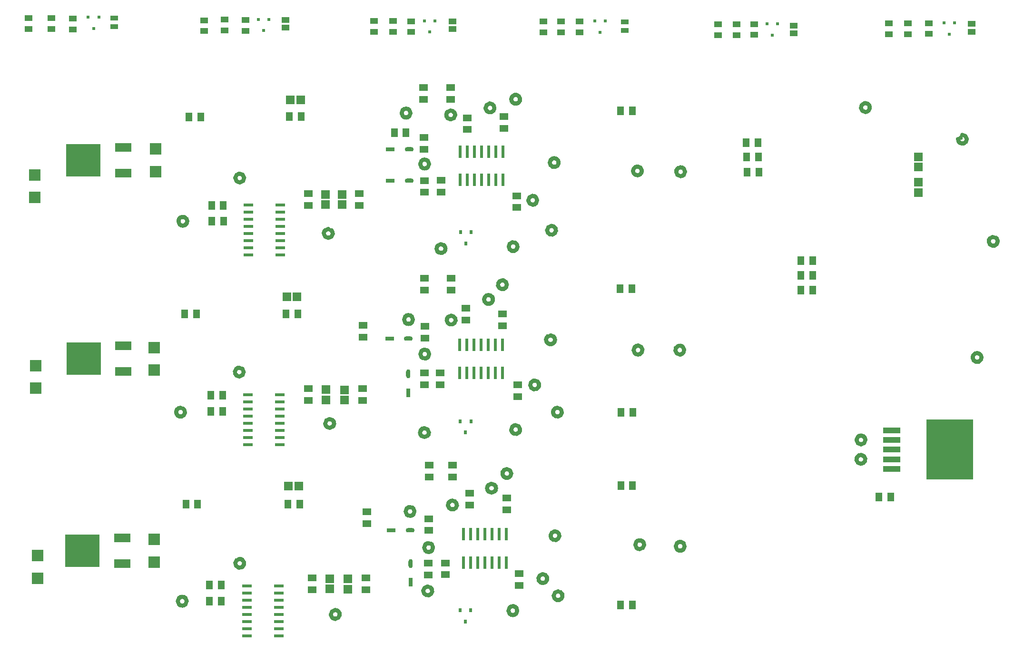
<source format=gbr>
%TF.GenerationSoftware,Altium Limited,Altium Designer,21.6.4 (81)*%
G04 Layer_Color=8421504*
%FSLAX43Y43*%
%MOMM*%
%TF.SameCoordinates,EC4FC630-8089-4DC4-91AF-8D111CED9019*%
%TF.FilePolarity,Positive*%
%TF.FileFunction,Paste,Top*%
%TF.Part,Single*%
G01*
G75*
%TA.AperFunction,Conductor*%
%ADD10C,0.762*%
%ADD11C,0.762*%
%TA.AperFunction,SMDPad,CuDef*%
%ADD12R,8.380X10.660*%
%ADD13R,3.050X1.016*%
%ADD14R,1.664X0.559*%
G04:AMPARAMS|DCode=15|XSize=1.607mm|YSize=0.762mm|CornerRadius=0.381mm|HoleSize=0mm|Usage=FLASHONLY|Rotation=0.000|XOffset=0mm|YOffset=0mm|HoleType=Round|Shape=RoundedRectangle|*
%AMROUNDEDRECTD15*
21,1,1.607,0.000,0,0,0.0*
21,1,0.845,0.762,0,0,0.0*
1,1,0.762,0.422,0.000*
1,1,0.762,-0.422,0.000*
1,1,0.762,-0.422,0.000*
1,1,0.762,0.422,0.000*
%
%ADD15ROUNDEDRECTD15*%
%ADD16R,1.607X0.762*%
%ADD17R,1.207X1.508*%
%ADD18R,1.505X1.556*%
%ADD19R,1.508X1.207*%
%ADD20R,1.556X1.505*%
%ADD21R,0.762X1.607*%
G04:AMPARAMS|DCode=22|XSize=1.607mm|YSize=0.762mm|CornerRadius=0.381mm|HoleSize=0mm|Usage=FLASHONLY|Rotation=90.000|XOffset=0mm|YOffset=0mm|HoleType=Round|Shape=RoundedRectangle|*
%AMROUNDEDRECTD22*
21,1,1.607,0.000,0,0,90.0*
21,1,0.845,0.762,0,0,90.0*
1,1,0.762,0.000,0.422*
1,1,0.762,0.000,-0.422*
1,1,0.762,0.000,-0.422*
1,1,0.762,0.000,0.422*
%
%ADD22ROUNDEDRECTD22*%
%ADD23R,0.600X0.700*%
%ADD24R,0.558X2.270*%
%ADD25R,2.000X2.000*%
%ADD26R,3.000X1.600*%
%ADD27R,6.200X5.800*%
%ADD28R,1.408X1.007*%
%ADD29R,1.350X0.950*%
%ADD30R,1.356X1.105*%
%TA.AperFunction,NonConductor*%
%ADD90R,0.500X0.600*%
%ADD91R,0.500X0.600*%
D10*
X162182Y113390D02*
G03*
X162182Y113389I784J-30D01*
G01*
D02*
G03*
X163751Y113360I784J-29D01*
G01*
X163751Y113366D02*
G03*
X162187Y113452I-785J-6D01*
G01*
Y113452D02*
G03*
X162182Y113390I779J-92D01*
G01*
X239565Y109863D02*
G03*
X239647Y110211I-704J348D01*
G01*
D02*
G03*
X238514Y110914I-785J0D01*
G01*
X238077Y110205D02*
G03*
X239565Y109863I785J6D01*
G01*
X238514Y110914D02*
G03*
X238077Y110211I348J-704D01*
G01*
X179220Y143434D02*
G03*
X179220Y143447I-785J0D01*
G01*
X179141Y143092D02*
G03*
X179220Y143434I-706J342D01*
G01*
X178473Y142650D02*
G03*
X179141Y143092I-38J784D01*
G01*
X177650Y143428D02*
G03*
X178473Y142650I785J6D01*
G01*
X179220Y143447D02*
G03*
X178473Y144218I-785J-13D01*
G01*
X177766Y143844D02*
G03*
X177650Y143434I669J-411D01*
G01*
X178473Y144218D02*
G03*
X177766Y143844I-38J-784D01*
G01*
X151691Y86944D02*
G03*
X153261Y86944I785J0D01*
G01*
X153261Y86950D02*
G03*
X151691Y86944I-785J-6D01*
G01*
X155984Y156179D02*
G03*
X157551Y156248I785J6D01*
G01*
D02*
G03*
X156915Y156956I-782J-64D01*
G01*
D02*
G03*
X155984Y156185I-146J-771D01*
G01*
X152629Y120929D02*
G03*
X151943Y121333I-686J-381D01*
G01*
X151231Y120218D02*
G03*
X152629Y120929I712J330D01*
G01*
X151158Y120548D02*
G03*
X151231Y120218I785J0D01*
G01*
X151160Y120599D02*
G03*
X151158Y120548I783J-51D01*
G01*
X151257Y120929D02*
G03*
X151160Y120599I686J-381D01*
G01*
X151937Y121333D02*
G03*
X151257Y120929I6J-785D01*
G01*
X154608Y123923D02*
G03*
X154407Y123950I-201J-759D01*
G01*
X154401Y123949D02*
G03*
X155192Y123165I6J-785D01*
G01*
D02*
G03*
X154608Y123923I-785J0D01*
G01*
X97429Y67612D02*
G03*
X97434Y67612I6J-785D01*
G01*
X97124Y101267D02*
G03*
X97685Y99927I6J-785D01*
G01*
D02*
G03*
X97130Y101267I-555J555D01*
G01*
X98327Y134473D02*
G03*
X97923Y135154I-785J-6D01*
G01*
D02*
G03*
X97160Y135153I-381J-686D01*
G01*
X97923Y133781D02*
G03*
X98327Y134468I-381J686D01*
G01*
X96987Y135023D02*
G03*
X96885Y134896I555J-555D01*
G01*
D02*
G03*
X96777Y134642I657J-429D01*
G01*
D02*
G03*
X96757Y134468I765J-175D01*
G01*
D02*
G03*
X96966Y133934I785J0D01*
G01*
X97160Y135153D02*
G03*
X96987Y135023I382J-686D01*
G01*
X96966Y133934D02*
G03*
X97542Y133683I576J533D01*
G01*
D02*
G03*
X97923Y133781I0J785D01*
G01*
X107671Y141379D02*
G03*
X107709Y141380I0J785D01*
G01*
X106889Y142231D02*
G03*
X106886Y142164I782J-68D01*
G01*
X107639Y141380D02*
G03*
X107671Y141379I32J784D01*
G01*
X107709Y141380D02*
G03*
X107632Y142948I-38J784D01*
G01*
X106886Y142158D02*
G03*
X107639Y141380I785J6D01*
G01*
X107632Y142948D02*
G03*
X106889Y142231I38J-784D01*
G01*
X108379Y107620D02*
G03*
X107594Y108405I-785J0D01*
G01*
X107264Y108332D02*
G03*
X107039Y108175I330J-712D01*
G01*
X107594Y106835D02*
G03*
X108379Y107620I0J785D01*
G01*
X107039Y108175D02*
G03*
X107594Y106835I555J-555D01*
G01*
X107589Y108405D02*
G03*
X107556Y108404I6J-785D01*
G01*
D02*
G03*
X107264Y108332I38J-784D01*
G01*
X124228Y99031D02*
G03*
X123673Y99261I-555J-555D01*
G01*
X124456Y98425D02*
G03*
X124228Y99031I-783J51D01*
G01*
X122888Y98476D02*
G03*
X122889Y98425I785J0D01*
G01*
Y98425D02*
G03*
X124456Y98425I783J51D01*
G01*
X123667Y99261D02*
G03*
X122888Y98476I6J-785D01*
G01*
X107665Y74343D02*
G03*
X108113Y74207I6J-785D01*
G01*
D02*
G03*
X107975Y74282I-442J-648D01*
G01*
D02*
G03*
X107747Y74340I-305J-723D01*
G01*
D02*
G03*
X107671Y74343I-76J-781D01*
G01*
X123885Y64364D02*
G03*
X125442Y64364I778J102D01*
G01*
D02*
G03*
X124663Y65250I-778J102D01*
G01*
X124658Y65250D02*
G03*
X123878Y64465I6J-785D01*
G01*
X123880Y64414D02*
G03*
X123885Y64364I783J51D01*
G01*
X123878Y64465D02*
G03*
X123880Y64414I785J0D01*
G01*
X140337Y68656D02*
G03*
X140338Y68626I785J0D01*
G01*
D02*
G03*
X141122Y69441I784J31D01*
G01*
X140339Y68705D02*
G03*
X140337Y68656I783J-48D01*
G01*
X140344Y68758D02*
G03*
X140339Y68705I778J-102D01*
G01*
X141117Y69441D02*
G03*
X140344Y68758I6J-785D01*
G01*
X141269Y77163D02*
G03*
X141275Y77163I6J-785D01*
G01*
X137967Y83589D02*
G03*
X137973Y83589I6J-785D01*
G01*
X145511Y84732D02*
G03*
X144745Y83801I6J-785D01*
G01*
D02*
G03*
X145517Y84732I771J146D01*
G01*
X140133Y97522D02*
G03*
X139753Y96850I406J-672D01*
G01*
X140533Y97635D02*
G03*
X140133Y97522I6J-785D01*
G01*
X139753Y96850D02*
G03*
X141323Y96850I785J0D01*
G01*
D02*
G03*
X140538Y97635I-785J0D01*
G01*
X140583Y111605D02*
G03*
X140589Y111605I6J-785D01*
G01*
X137688Y117752D02*
G03*
X137693Y117752I6J-785D01*
G01*
X144505Y116815D02*
G03*
X145288Y117650I783J51D01*
G01*
X144766Y117452D02*
G03*
X144505Y116815I522J-586D01*
G01*
X145282Y117650D02*
G03*
X144766Y117452I6J-785D01*
G01*
X142700Y129585D02*
G03*
X142703Y129515I785J6D01*
G01*
D02*
G03*
X142700Y129591I781J76D01*
G01*
X140558Y145438D02*
G03*
X140564Y145438I6J-785D01*
G01*
X152117Y155416D02*
G03*
X151412Y154635I79J-781D01*
G01*
X151426Y154489D02*
G03*
X152197Y155420I771J146D01*
G01*
X151412Y154635D02*
G03*
X151426Y154489I785J0D01*
G01*
X152191Y155420D02*
G03*
X152117Y155416I6J-785D01*
G01*
X159006Y138201D02*
G03*
X159791Y137416I785J0D01*
G01*
D02*
G03*
X159791Y138986I0J785D01*
G01*
X159786Y138986D02*
G03*
X159006Y138201I6J-785D01*
G01*
X155527Y129941D02*
G03*
X156166Y130718I785J6D01*
G01*
D02*
G03*
X155527Y129946I146J-771D01*
G01*
X160141Y106119D02*
G03*
X159903Y106080I6J-785D01*
G01*
X159499Y105776D02*
G03*
X160147Y106119I648J-442D01*
G01*
X159903Y106080D02*
G03*
X159499Y105776I244J-746D01*
G01*
X156007Y97195D02*
G03*
X157551Y97447I762J189D01*
G01*
X155984Y97384D02*
G03*
X156007Y97195I785J0D01*
G01*
X156152Y97869D02*
G03*
X155984Y97384I617J-485D01*
G01*
X156763Y98168D02*
G03*
X156152Y97869I6J-785D01*
G01*
X157551Y97447D02*
G03*
X156769Y98169I-782J-64D01*
G01*
X155188Y90345D02*
G03*
X155979Y89560I6J-785D01*
G01*
D02*
G03*
X155194Y90345I-785J0D01*
G01*
X156261Y64366D02*
G03*
X156407Y65922I0J785D01*
G01*
D02*
G03*
X156261Y65936I-146J-771D01*
G01*
X156255Y65936D02*
G03*
X156261Y64366I6J-785D01*
G01*
X161589Y71625D02*
G03*
X160824Y70986I6J-785D01*
G01*
D02*
G03*
X161595Y71626I771J-146D01*
G01*
X163528Y67793D02*
G03*
X164313Y68578I785J0D01*
G01*
X163528Y67813D02*
G03*
X163528Y67793I785J-21D01*
G01*
X164307Y68577D02*
G03*
X163528Y67813I6J-785D01*
G01*
X162969Y78507D02*
G03*
X163754Y79271I785J-21D01*
G01*
X163748Y79271D02*
G03*
X162969Y78507I6J-785D01*
G01*
X163401Y100482D02*
G03*
X164186Y101267I785J0D01*
G01*
X163772Y101150D02*
G03*
X163401Y100482I414J-667D01*
G01*
X164180Y101267D02*
G03*
X163772Y101150I6J-785D01*
G01*
X163139Y133652D02*
G03*
X162359Y132867I6J-785D01*
G01*
D02*
G03*
X163144Y133652I785J0D01*
G01*
X163621Y145692D02*
G03*
X163269Y145605I6J-785D01*
G01*
X162842Y144907D02*
G03*
X163627Y145692I785J0D01*
G01*
X162843Y144953D02*
G03*
X162842Y144907I784J-46D01*
G01*
X163269Y145605D02*
G03*
X162843Y144953I358J-698D01*
G01*
X185321Y143276D02*
G03*
X186106Y142496I785J6D01*
G01*
Y144066D02*
G03*
X185363Y143536I0J-785D01*
G01*
X186106Y142496D02*
G03*
X186106Y144066I0J785D01*
G01*
X185363Y143536D02*
G03*
X185321Y143281I742J-255D01*
G01*
X235460Y149073D02*
G03*
X235597Y148630I785J0D01*
G01*
Y148630D02*
G03*
X235650Y148561I648J442D01*
G01*
X235690Y148518D02*
G03*
X237030Y149073I555J555D01*
G01*
X235650Y148561D02*
G03*
X235690Y148518I595J512D01*
G01*
X237030Y149078D02*
G03*
X236245Y149858I-785J-6D01*
G01*
X235951Y149300D02*
G03*
X235935Y149332I-682J-341D01*
G01*
X218993Y155496D02*
G03*
X218796Y155470I6J-785D01*
G01*
X218970Y153927D02*
G03*
X219554Y154156I29J784D01*
G01*
D02*
G03*
X218999Y155496I-555J555D01*
G01*
X218796Y155470D02*
G03*
X218970Y153927I203J-758D01*
G01*
X241586Y130115D02*
G03*
X242287Y130331I146J771D01*
G01*
D02*
G03*
X242505Y131020I-555J555D01*
G01*
X240947Y130881D02*
G03*
X241586Y130115I785J6D01*
G01*
X242505Y131020D02*
G03*
X240947Y130886I-773J-134D01*
G01*
X218192Y91290D02*
G03*
X217407Y91981I-6J785D01*
G01*
D02*
G03*
X218186Y91290I779J94D01*
G01*
X217433Y95632D02*
G03*
X217426Y95529I778J-103D01*
G01*
D02*
G03*
X217656Y94974I785J0D01*
G01*
X217656Y94974D02*
G03*
X218211Y94744I555J555D01*
G01*
X218217Y94745D02*
G03*
X218766Y94974I-6J785D01*
G01*
X218217Y94745D02*
G03*
X218766Y94974I-6J785D01*
G01*
X218592Y96216D02*
G03*
X218224Y96314I-381J-686D01*
G01*
X218211Y96314D02*
G03*
X217881Y96241I0J-785D01*
G01*
X218224Y96314D02*
G03*
X218211Y96314I-13J-785D01*
G01*
X218766Y94974D02*
G03*
X218996Y95529I-555J555D01*
G01*
X218766Y94974D02*
G03*
X218996Y95529I-555J555D01*
G01*
X217656Y96084D02*
G03*
X217433Y95632I555J-555D01*
G01*
X218996Y95529D02*
G03*
X218592Y96216I-785J0D01*
G01*
X217720Y96141D02*
G03*
X217656Y96084I492J-612D01*
G01*
X217881Y96241D02*
G03*
X217720Y96141I331J-712D01*
G01*
X179624Y76822D02*
G03*
X178854Y77671I-782J64D01*
G01*
X178829Y76101D02*
G03*
X179624Y76822I13J785D01*
G01*
X178836Y77671D02*
G03*
X178829Y76101I6J-785D01*
G01*
X178854Y77671D02*
G03*
X178841Y77671I-13J-785D01*
G01*
X179194Y111102D02*
G03*
X179316Y111625I-657J430D01*
G01*
X178537Y110746D02*
G03*
X179194Y111102I0J785D01*
G01*
X178499Y112315D02*
G03*
X178537Y110746I38J-784D01*
G01*
X178692Y112301D02*
G03*
X178537Y112316I-155J-769D01*
G01*
X179316Y111625D02*
G03*
X178692Y112301I-779J-94D01*
G01*
X178521Y112316D02*
G03*
X178499Y112315I16J-785D01*
G01*
X178531Y112316D02*
G03*
X178521Y112316I6J-785D01*
G01*
X186131Y110764D02*
G03*
X185965Y112316I-167J767D01*
G01*
Y110746D02*
G03*
X186131Y110764I-0J785D01*
G01*
X185959Y112316D02*
G03*
X185863Y112310I6J-785D01*
G01*
X185714Y112275D02*
G03*
X185965Y110746I250J-744D01*
G01*
X185863Y112310D02*
G03*
X185714Y112275I102J-778D01*
G01*
X186035Y75816D02*
G03*
X186176Y77373I0J785D01*
G01*
X186030Y77386D02*
G03*
X186035Y75816I6J-785D01*
G01*
X186106Y77383D02*
G03*
X186035Y77386I-71J-782D01*
G01*
X186176Y77373D02*
G03*
X186106Y77383I-141J-772D01*
G01*
X145889Y153771D02*
G03*
X145202Y154175I-686J-381D01*
G01*
X145889Y153771D02*
G03*
X145202Y154175I-686J-381D01*
G01*
X145889Y153771D02*
G03*
X145202Y154175I-686J-381D01*
G01*
X145889Y153771D02*
G03*
X145202Y154175I-686J-381D01*
G01*
X144647Y152836D02*
G03*
X144647Y152835I556J554D01*
G01*
X144647Y152835D02*
G03*
X144651Y152832I555J555D01*
G01*
X144651Y152832D02*
G03*
X144656Y152826I551J559D01*
G01*
X145757Y152835D02*
G03*
X145981Y153289I-555J555D01*
G01*
D02*
G03*
X145986Y153356I-778J102D01*
G01*
D02*
G03*
X145987Y153390I-784J35D01*
G01*
D02*
G03*
X145937Y153668I-785J0D01*
G01*
X144647Y153945D02*
G03*
X144516Y153771I556J-554D01*
G01*
X145754Y152832D02*
G03*
X145757Y152835I-551J559D01*
G01*
X145937Y153668D02*
G03*
X145889Y153771I-734J-277D01*
G01*
X145197Y154175D02*
G03*
X144647Y153945I6J-785D01*
G01*
X144656Y152826D02*
G03*
X145202Y152605I546J564D01*
G01*
D02*
G03*
X145754Y152832I0J785D01*
G01*
X144419Y153435D02*
G03*
X144647Y152836I784J-45D01*
G01*
X144516Y153771D02*
G03*
X144419Y153435I686J-381D01*
G01*
X122875Y132855D02*
G03*
X122871Y132851I551J-559D01*
G01*
X122675Y132525D02*
G03*
X122668Y132499I751J-229D01*
G01*
D02*
G03*
X122661Y132474I758J-203D01*
G01*
X123977Y132855D02*
G03*
X123426Y133081I-551J-559D01*
G01*
X123420Y133081D02*
G03*
X122875Y132855I6J-785D01*
G01*
X122871Y132851D02*
G03*
X122740Y132677I555J-555D01*
G01*
D02*
G03*
X122726Y132652I686J-381D01*
G01*
D02*
G03*
X122675Y132525I700J-356D01*
G01*
X124211Y132296D02*
G03*
X124112Y132677I-785J0D01*
G01*
X124201Y132173D02*
G03*
X124211Y132296I-775J123D01*
G01*
X123426Y131511D02*
G03*
X124201Y132173I0J785D01*
G01*
X123401Y131511D02*
G03*
X123426Y131511I25J785D01*
G01*
X124112Y132677D02*
G03*
X123977Y132855I-686J-381D01*
G01*
X122871Y131741D02*
G03*
X123401Y131511I555J555D01*
G01*
X122661Y132474D02*
G03*
X122641Y132296I765J-178D01*
G01*
D02*
G03*
X122871Y131741I785J0D01*
G01*
X137256Y154506D02*
G03*
X137262Y154506I6J-785D01*
G01*
D11*
X144647Y153945D02*
D03*
D12*
X233995Y93802D02*
D03*
D13*
X223690Y97206D02*
D03*
Y95504D02*
D03*
Y93802D02*
D03*
Y92100D02*
D03*
Y90398D02*
D03*
D14*
X109137Y94666D02*
D03*
Y95936D02*
D03*
Y97206D02*
D03*
Y98476D02*
D03*
Y99746D02*
D03*
Y101016D02*
D03*
Y102286D02*
D03*
Y103556D02*
D03*
X114789D02*
D03*
Y102286D02*
D03*
Y101016D02*
D03*
Y99746D02*
D03*
Y98476D02*
D03*
Y97206D02*
D03*
Y95936D02*
D03*
Y94666D02*
D03*
X108991Y60655D02*
D03*
Y61925D02*
D03*
Y63195D02*
D03*
Y64465D02*
D03*
Y65735D02*
D03*
Y67005D02*
D03*
Y68275D02*
D03*
Y69545D02*
D03*
X114643D02*
D03*
Y68275D02*
D03*
Y67005D02*
D03*
Y65735D02*
D03*
Y64465D02*
D03*
Y63195D02*
D03*
Y61925D02*
D03*
Y60655D02*
D03*
X109188Y128499D02*
D03*
Y129769D02*
D03*
Y131039D02*
D03*
Y132309D02*
D03*
Y133579D02*
D03*
Y134849D02*
D03*
Y136119D02*
D03*
Y137389D02*
D03*
X114840D02*
D03*
Y136119D02*
D03*
Y134849D02*
D03*
Y133579D02*
D03*
Y132309D02*
D03*
Y131039D02*
D03*
Y129769D02*
D03*
Y128499D02*
D03*
D15*
X137794Y141681D02*
D03*
X137820Y147244D02*
D03*
X137973Y79477D02*
D03*
X137693Y113589D02*
D03*
D16*
X134443Y141681D02*
D03*
X134468Y147244D02*
D03*
X134622Y79477D02*
D03*
X134341Y113589D02*
D03*
D17*
X177454Y122428D02*
D03*
X175352D02*
D03*
X116272Y84099D02*
D03*
X118373D02*
D03*
X116500Y153086D02*
D03*
X118602D02*
D03*
X115891Y117983D02*
D03*
X117992D02*
D03*
X177555Y66192D02*
D03*
X175454D02*
D03*
X177565Y87376D02*
D03*
X175463D02*
D03*
X177590Y100432D02*
D03*
X175489D02*
D03*
X221428Y85369D02*
D03*
X223529D02*
D03*
X197958Y143231D02*
D03*
X200060D02*
D03*
X197857Y145872D02*
D03*
X199958D02*
D03*
X199857Y148463D02*
D03*
X197755D02*
D03*
X177505Y154127D02*
D03*
X175403D02*
D03*
X100730Y153010D02*
D03*
X98628D02*
D03*
X102683Y134468D02*
D03*
X104784D02*
D03*
X99942Y117932D02*
D03*
X97841D02*
D03*
X102546Y103505D02*
D03*
X104648D02*
D03*
X102505Y100584D02*
D03*
X104607D02*
D03*
X100187Y84099D02*
D03*
X98085D02*
D03*
X102267Y69672D02*
D03*
X104369D02*
D03*
X102292Y66853D02*
D03*
X104394D02*
D03*
X135169Y150190D02*
D03*
X137271D02*
D03*
X207509Y127457D02*
D03*
X209610D02*
D03*
X207509Y122174D02*
D03*
X209610D02*
D03*
X207509Y124790D02*
D03*
X209610D02*
D03*
X102657Y137287D02*
D03*
X104759D02*
D03*
D18*
X118489Y156108D02*
D03*
X116688D02*
D03*
X118161Y87300D02*
D03*
X116359D02*
D03*
X117856Y121031D02*
D03*
X116054D02*
D03*
D19*
X120523Y70961D02*
D03*
Y68859D02*
D03*
X130099Y70977D02*
D03*
Y68875D02*
D03*
X130277Y80610D02*
D03*
Y82712D02*
D03*
X157099Y103242D02*
D03*
Y105343D02*
D03*
X155169Y83074D02*
D03*
Y85176D02*
D03*
X148565Y83938D02*
D03*
Y86039D02*
D03*
X141326Y79416D02*
D03*
Y81518D02*
D03*
X144297Y71542D02*
D03*
Y73644D02*
D03*
X141224Y73619D02*
D03*
Y71517D02*
D03*
X157378Y71748D02*
D03*
Y69647D02*
D03*
X119837Y104683D02*
D03*
Y102581D02*
D03*
X129515Y104657D02*
D03*
Y102556D02*
D03*
X140538Y107451D02*
D03*
Y105350D02*
D03*
X143307D02*
D03*
Y107451D02*
D03*
X140640Y113656D02*
D03*
Y115757D02*
D03*
X147930Y116846D02*
D03*
Y118948D02*
D03*
X154407Y115891D02*
D03*
Y117992D02*
D03*
X154686Y150994D02*
D03*
Y153095D02*
D03*
X140386Y156150D02*
D03*
Y158251D02*
D03*
X156972Y136897D02*
D03*
Y138998D02*
D03*
X143535Y139640D02*
D03*
Y141741D02*
D03*
X140564Y141716D02*
D03*
Y139614D02*
D03*
X128930Y139379D02*
D03*
Y137278D02*
D03*
X119863Y137319D02*
D03*
Y139421D02*
D03*
X145567Y88941D02*
D03*
Y91043D02*
D03*
X141402Y88941D02*
D03*
Y91043D02*
D03*
X145288Y122231D02*
D03*
Y124333D02*
D03*
X140538Y122241D02*
D03*
Y124342D02*
D03*
X148133Y152892D02*
D03*
X140437Y147260D02*
D03*
Y149361D02*
D03*
X148133Y150790D02*
D03*
X145186Y156150D02*
D03*
Y158251D02*
D03*
X129616Y113808D02*
D03*
Y115910D02*
D03*
D20*
X123673Y69014D02*
D03*
Y70815D02*
D03*
X126924Y70776D02*
D03*
Y68975D02*
D03*
X123038Y104482D02*
D03*
Y102680D02*
D03*
X126314Y102655D02*
D03*
Y104457D02*
D03*
X228422Y141388D02*
D03*
Y139587D02*
D03*
Y144096D02*
D03*
Y145898D02*
D03*
X125908Y137453D02*
D03*
Y139255D02*
D03*
X122885D02*
D03*
Y137453D02*
D03*
D21*
X138049Y70206D02*
D03*
X137668Y103938D02*
D03*
D22*
X138049Y73558D02*
D03*
X137668Y107289D02*
D03*
D23*
X147828Y63186D02*
D03*
X146878Y65186D02*
D03*
X148778D02*
D03*
X147853Y96866D02*
D03*
X146903Y98866D02*
D03*
X148803D02*
D03*
X147904Y130496D02*
D03*
X146954Y132496D02*
D03*
X148854D02*
D03*
D24*
X153238Y141834D02*
D03*
X151968D02*
D03*
X150698D02*
D03*
X149428D02*
D03*
X148158D02*
D03*
X146888D02*
D03*
Y146862D02*
D03*
X148158D02*
D03*
X149428D02*
D03*
X150698D02*
D03*
X151968D02*
D03*
X154508Y141834D02*
D03*
X153238Y146862D02*
D03*
X154508D02*
D03*
X154432Y107442D02*
D03*
X153162D02*
D03*
X151892D02*
D03*
X150622D02*
D03*
X149352D02*
D03*
X148082D02*
D03*
X146812D02*
D03*
Y112470D02*
D03*
X148082D02*
D03*
X149352D02*
D03*
X150622D02*
D03*
X151892D02*
D03*
X153162D02*
D03*
X154432D02*
D03*
X155067Y73712D02*
D03*
X153797D02*
D03*
X152527D02*
D03*
X151257D02*
D03*
X149987D02*
D03*
X148717D02*
D03*
X147447D02*
D03*
Y78740D02*
D03*
X148717D02*
D03*
X149987D02*
D03*
X151257D02*
D03*
X152527D02*
D03*
X153797D02*
D03*
X155067D02*
D03*
D25*
X92456Y77819D02*
D03*
Y73819D02*
D03*
X92405Y111957D02*
D03*
Y107957D02*
D03*
X92685Y147313D02*
D03*
Y143313D02*
D03*
X71679Y70923D02*
D03*
Y74923D02*
D03*
X71374Y104731D02*
D03*
Y108731D02*
D03*
X71196Y142691D02*
D03*
Y138691D02*
D03*
D26*
X86973Y112292D02*
D03*
Y107722D02*
D03*
X86744Y78104D02*
D03*
Y73534D02*
D03*
X86952Y147624D02*
D03*
Y143054D02*
D03*
D27*
X79883Y110007D02*
D03*
X79654Y75819D02*
D03*
X79862Y145339D02*
D03*
D28*
X70053Y168696D02*
D03*
Y170597D02*
D03*
X74143D02*
D03*
Y168696D02*
D03*
X77953Y170547D02*
D03*
Y168645D02*
D03*
X108687Y170293D02*
D03*
Y168391D02*
D03*
X104978Y170369D02*
D03*
Y168467D02*
D03*
X101321Y168340D02*
D03*
Y170242D02*
D03*
X138201Y170064D02*
D03*
Y168162D02*
D03*
X134925Y170115D02*
D03*
Y168213D02*
D03*
X131597Y168188D02*
D03*
Y170089D02*
D03*
X168123Y170013D02*
D03*
Y168112D02*
D03*
X164871Y170013D02*
D03*
Y168112D02*
D03*
X161696D02*
D03*
Y170013D02*
D03*
X192761Y167604D02*
D03*
Y169505D02*
D03*
X199238Y169556D02*
D03*
Y167654D02*
D03*
X196037Y169531D02*
D03*
Y167629D02*
D03*
X223164Y167767D02*
D03*
Y169669D02*
D03*
X226593Y169683D02*
D03*
Y167781D02*
D03*
X230276Y169708D02*
D03*
Y167807D02*
D03*
D29*
X85369Y169151D02*
D03*
Y170651D02*
D03*
X176174Y168465D02*
D03*
Y169965D02*
D03*
D30*
X115799Y168920D02*
D03*
Y170322D02*
D03*
X145567Y168677D02*
D03*
Y170078D02*
D03*
X206248Y167904D02*
D03*
Y169306D02*
D03*
X237896Y168209D02*
D03*
Y169611D02*
D03*
D90*
X82611Y170800D02*
D03*
X80711D02*
D03*
X81661Y168799D02*
D03*
X112852Y170409D02*
D03*
X142403Y170139D02*
D03*
X140503D02*
D03*
X141453Y168139D02*
D03*
X172720Y170104D02*
D03*
X203378Y169621D02*
D03*
X234884Y169758D02*
D03*
X233934Y167758D02*
D03*
D91*
X110952Y170409D02*
D03*
X111902Y168409D02*
D03*
X170820Y170104D02*
D03*
X171770Y168104D02*
D03*
X201478Y169621D02*
D03*
X202428Y167621D02*
D03*
X232984Y169758D02*
D03*
%TF.MD5,bb03338442e5818768dc6ac0f8ca93a9*%
M02*

</source>
